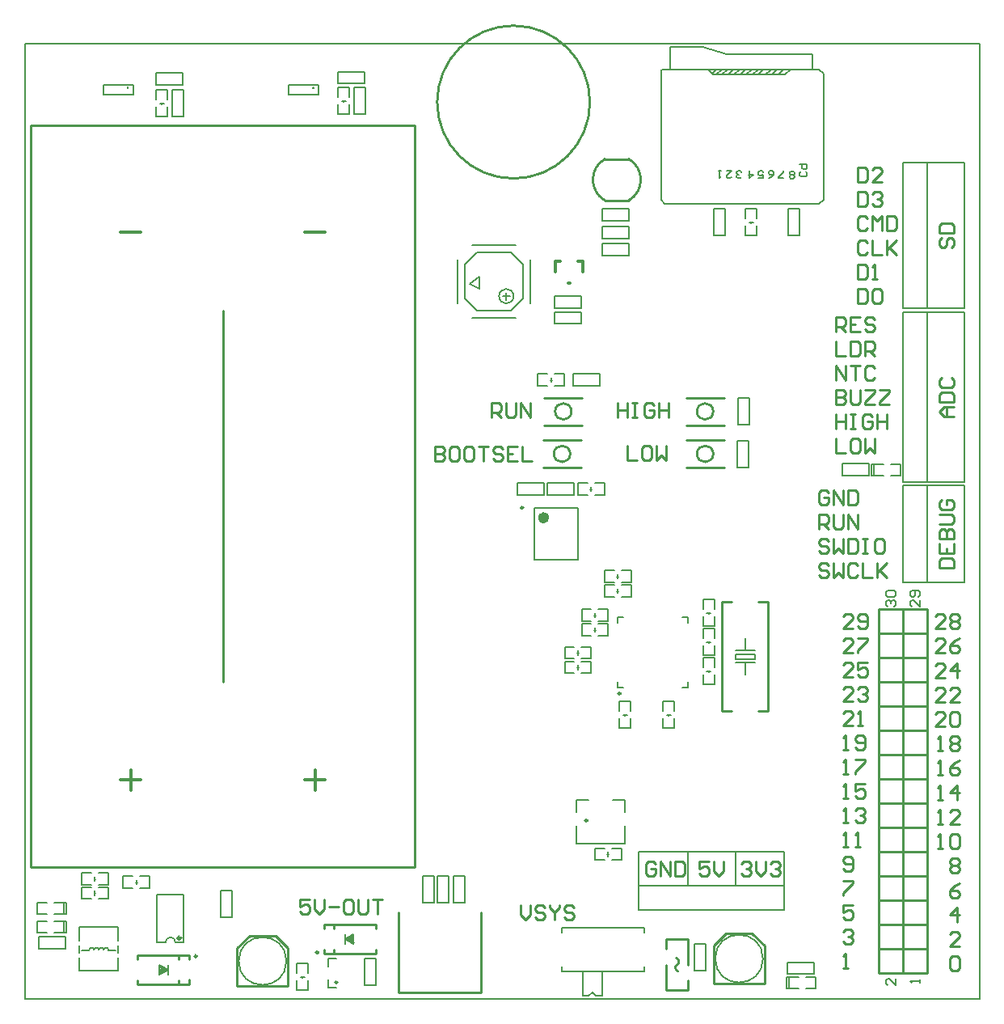
<source format=gto>
G04*
G04 #@! TF.GenerationSoftware,Altium Limited,Altium Designer,20.2.6 (244)*
G04*
G04 Layer_Color=65535*
%FSLAX25Y25*%
%MOIN*%
G70*
G04*
G04 #@! TF.SameCoordinates,691D88A1-B60F-4D24-9C51-7A430DCC900A*
G04*
G04*
G04 #@! TF.FilePolarity,Positive*
G04*
G01*
G75*
%ADD10C,0.00984*%
%ADD11C,0.02362*%
%ADD12C,0.01000*%
%ADD13C,0.00787*%
%ADD14C,0.00800*%
%ADD15C,0.01378*%
%ADD16C,0.00600*%
%ADD17C,0.01200*%
D10*
X205516Y202346D02*
G03*
X205516Y202346I-492J0D01*
G01*
X245650Y125784D02*
G03*
X245650Y125784I-492J0D01*
G01*
X231980Y73420D02*
G03*
X231980Y73420I-492J0D01*
G01*
X128889Y6759D02*
G03*
X128889Y6759I-492J0D01*
G01*
D11*
X215063Y198193D02*
G03*
X215063Y198193I-1181J0D01*
G01*
D12*
X232996Y369500D02*
G03*
X232996Y369500I-31496J0D01*
G01*
X283854Y242000D02*
G03*
X283854Y242000I-3354J0D01*
G01*
X225354D02*
G03*
X225354Y242000I-3354J0D01*
G01*
X283854Y224500D02*
G03*
X283854Y224500I-3354J0D01*
G01*
X224854D02*
G03*
X224854Y224500I-3354J0D01*
G01*
X269000Y14000D02*
G03*
X268638Y16748I-750J1299D01*
G01*
X269000Y14000D02*
G03*
X269362Y11252I750J-1299D01*
G01*
X239094Y346000D02*
G03*
X239094Y329000I5000J-8500D01*
G01*
X249095D02*
G03*
X249095Y346000I-5000J8500D01*
G01*
X118940Y375311D02*
G03*
X118940Y375311I-100J0D01*
G01*
X42440D02*
G03*
X42440Y375311I-100J0D01*
G01*
X121000Y19000D02*
G03*
X121000Y19000I-500J0D01*
G01*
X71000Y17500D02*
G03*
X71000Y17500I-500J0D01*
G01*
X81653Y130547D02*
Y283500D01*
X2500Y360000D02*
X160807D01*
X2500Y54094D02*
X160807D01*
Y360000D01*
X2500Y54094D02*
Y360000D01*
X188008Y2705D02*
Y35492D01*
X153992Y2705D02*
Y35492D01*
Y2705D02*
X188008D01*
X272626Y236291D02*
X288374D01*
X272626Y247709D02*
X288374D01*
X214126Y236291D02*
X229874D01*
X214126Y247709D02*
X229874D01*
X272626Y218791D02*
X288374D01*
X272626Y230209D02*
X288374D01*
X213626D02*
X229374D01*
X213626Y218791D02*
X229374D01*
X92685Y25933D02*
X103315D01*
X87567Y5067D02*
X108433D01*
Y20815D01*
X103315Y25933D02*
X108433Y20815D01*
X87567Y5067D02*
Y20815D01*
X92685Y25933D01*
X273500Y20500D02*
Y24500D01*
X264500D02*
X273500D01*
X264500Y20500D02*
Y24500D01*
Y5000D02*
Y14000D01*
X273500D02*
Y23000D01*
Y3500D02*
Y7500D01*
X264500Y3500D02*
X273500D01*
X264500D02*
Y7500D01*
X239094Y346000D02*
X249095D01*
X239094Y329000D02*
X249095D01*
X306449Y118559D02*
Y163441D01*
X287551Y118559D02*
Y163441D01*
Y118559D02*
X291500D01*
X287551Y163441D02*
X291500D01*
X302500Y118559D02*
X306449D01*
X302500Y163441D02*
X306449D01*
X289185Y26933D02*
X299815D01*
X284067Y6067D02*
X304933D01*
Y21815D01*
X299815Y26933D02*
X304933Y21815D01*
X284067Y6067D02*
Y21815D01*
X289185Y26933D01*
X123370Y18500D02*
Y20300D01*
Y18500D02*
X144630D01*
X123370Y28752D02*
Y30500D01*
X144630Y28850D02*
Y30500D01*
X123370D02*
X144630D01*
Y18500D02*
Y20248D01*
X127500Y28800D02*
Y30500D01*
Y18500D02*
Y20300D01*
X132800Y24500D02*
X135300Y23300D01*
X132800Y24500D02*
X135000Y25700D01*
Y24300D02*
Y25700D01*
X133910Y24500D02*
X135000Y24300D01*
X362000Y10500D02*
Y160500D01*
X352000Y20500D02*
X372000D01*
X352000Y30500D02*
X372000D01*
X352000Y40500D02*
X372000D01*
X352000Y50500D02*
X372000D01*
X352000Y60500D02*
X372000D01*
X352000Y70500D02*
X372000D01*
X352000Y80500D02*
X372000D01*
X352000Y90500D02*
X372000D01*
X352000Y100500D02*
X372000D01*
X352000Y110500D02*
X372000D01*
X352000Y120500D02*
X372000D01*
X352000Y160500D02*
X372000D01*
X352000Y150500D02*
X372000D01*
X352000Y140500D02*
X372000D01*
X352000Y130500D02*
X372000D01*
X352000Y160500D02*
X372000D01*
X352000Y10500D02*
X372000D01*
Y160500D01*
X352000Y10500D02*
Y160500D01*
X67630Y16200D02*
Y18000D01*
X46370D02*
X67630D01*
Y6000D02*
Y7748D01*
X46370Y6000D02*
Y7650D01*
Y6000D02*
X67630D01*
X46370Y16252D02*
Y18000D01*
X63500Y6000D02*
Y7700D01*
Y16200D02*
Y18000D01*
X55700Y13200D02*
X58200Y12000D01*
X56000Y10800D02*
X58200Y12000D01*
X56000Y10800D02*
Y12200D01*
X57090Y12000D01*
X295500Y55498D02*
X296500Y56498D01*
X298499D01*
X299499Y55498D01*
Y54499D01*
X298499Y53499D01*
X297499D01*
X298499D01*
X299499Y52499D01*
Y51500D01*
X298499Y50500D01*
X296500D01*
X295500Y51500D01*
X301498Y56498D02*
Y52499D01*
X303497Y50500D01*
X305497Y52499D01*
Y56498D01*
X307496Y55498D02*
X308496Y56498D01*
X310495D01*
X311495Y55498D01*
Y54499D01*
X310495Y53499D01*
X309495D01*
X310495D01*
X311495Y52499D01*
Y51500D01*
X310495Y50500D01*
X308496D01*
X307496Y51500D01*
X281999Y56498D02*
X278000D01*
Y53499D01*
X279999Y54499D01*
X280999D01*
X281999Y53499D01*
Y51500D01*
X280999Y50500D01*
X279000D01*
X278000Y51500D01*
X283998Y56498D02*
Y52499D01*
X285997Y50500D01*
X287997Y52499D01*
Y56498D01*
X259999Y55498D02*
X258999Y56498D01*
X257000D01*
X256000Y55498D01*
Y51500D01*
X257000Y50500D01*
X258999D01*
X259999Y51500D01*
Y53499D01*
X257999D01*
X261998Y50500D02*
Y56498D01*
X265997Y50500D01*
Y56498D01*
X267996D02*
Y50500D01*
X270995D01*
X271995Y51500D01*
Y55498D01*
X270995Y56498D01*
X267996D01*
X377002Y177505D02*
X383000D01*
Y180504D01*
X382000Y181503D01*
X378002D01*
X377002Y180504D01*
Y177505D01*
Y187501D02*
Y183503D01*
X383000D01*
Y187501D01*
X380001Y183503D02*
Y185502D01*
X377002Y189501D02*
X383000D01*
Y192500D01*
X382000Y193499D01*
X381001D01*
X380001Y192500D01*
Y189501D01*
Y192500D01*
X379001Y193499D01*
X378002D01*
X377002Y192500D01*
Y189501D01*
Y195499D02*
X382000D01*
X383000Y196498D01*
Y198498D01*
X382000Y199497D01*
X377002D01*
X378002Y205496D02*
X377002Y204496D01*
Y202497D01*
X378002Y201497D01*
X382000D01*
X383000Y202497D01*
Y204496D01*
X382000Y205496D01*
X380001D01*
Y203496D01*
X383000Y240003D02*
X379001D01*
X377002Y242002D01*
X379001Y244001D01*
X383000D01*
X380001D01*
Y240003D01*
X377002Y246001D02*
X383000D01*
Y249000D01*
X382000Y249999D01*
X378002D01*
X377002Y249000D01*
Y246001D01*
X378002Y255997D02*
X377002Y254998D01*
Y252998D01*
X378002Y251999D01*
X382000D01*
X383000Y252998D01*
Y254998D01*
X382000Y255997D01*
X378002Y313500D02*
X377002Y312501D01*
Y310501D01*
X378002Y309502D01*
X379001D01*
X380001Y310501D01*
Y312501D01*
X381001Y313500D01*
X382000D01*
X383000Y312501D01*
Y310501D01*
X382000Y309502D01*
X377002Y315500D02*
X383000D01*
Y318499D01*
X382000Y319498D01*
X378002D01*
X377002Y318499D01*
Y315500D01*
X331499Y178499D02*
X330499Y179499D01*
X328500D01*
X327500Y178499D01*
Y177500D01*
X328500Y176500D01*
X330499D01*
X331499Y175500D01*
Y174501D01*
X330499Y173501D01*
X328500D01*
X327500Y174501D01*
X333498Y179499D02*
Y173501D01*
X335497Y175500D01*
X337497Y173501D01*
Y179499D01*
X343495Y178499D02*
X342495Y179499D01*
X340496D01*
X339496Y178499D01*
Y174501D01*
X340496Y173501D01*
X342495D01*
X343495Y174501D01*
X345494Y179499D02*
Y173501D01*
X349493D01*
X351492Y179499D02*
Y173501D01*
Y175500D01*
X355491Y179499D01*
X352492Y176500D01*
X355491Y173501D01*
X331499Y188499D02*
X330499Y189499D01*
X328500D01*
X327500Y188499D01*
Y187500D01*
X328500Y186500D01*
X330499D01*
X331499Y185500D01*
Y184501D01*
X330499Y183501D01*
X328500D01*
X327500Y184501D01*
X333498Y189499D02*
Y183501D01*
X335497Y185500D01*
X337497Y183501D01*
Y189499D01*
X339496D02*
Y183501D01*
X342495D01*
X343495Y184501D01*
Y188499D01*
X342495Y189499D01*
X339496D01*
X345494D02*
X347494D01*
X346494D01*
Y183501D01*
X345494D01*
X347494D01*
X353492Y189499D02*
X351492D01*
X350493Y188499D01*
Y184501D01*
X351492Y183501D01*
X353492D01*
X354491Y184501D01*
Y188499D01*
X353492Y189499D01*
X327500Y193501D02*
Y199499D01*
X330499D01*
X331499Y198499D01*
Y196500D01*
X330499Y195500D01*
X327500D01*
X329499D02*
X331499Y193501D01*
X333498Y199499D02*
Y194501D01*
X334498Y193501D01*
X336497D01*
X337497Y194501D01*
Y199499D01*
X339496Y193501D02*
Y199499D01*
X343495Y193501D01*
Y199499D01*
X331499Y208499D02*
X330499Y209499D01*
X328500D01*
X327500Y208499D01*
Y204501D01*
X328500Y203501D01*
X330499D01*
X331499Y204501D01*
Y206500D01*
X329499D01*
X333498Y203501D02*
Y209499D01*
X337497Y203501D01*
Y209499D01*
X339496D02*
Y203501D01*
X342495D01*
X343495Y204501D01*
Y208499D01*
X342495Y209499D01*
X339496D01*
X334500Y230999D02*
Y225001D01*
X338499D01*
X343497Y230999D02*
X341498D01*
X340498Y229999D01*
Y226001D01*
X341498Y225001D01*
X343497D01*
X344497Y226001D01*
Y229999D01*
X343497Y230999D01*
X346496D02*
Y225001D01*
X348496Y227000D01*
X350495Y225001D01*
Y230999D01*
X334500Y240999D02*
Y235001D01*
Y238000D01*
X338499D01*
Y240999D01*
Y235001D01*
X340498Y240999D02*
X342497D01*
X341498D01*
Y235001D01*
X340498D01*
X342497D01*
X349495Y239999D02*
X348496Y240999D01*
X346496D01*
X345496Y239999D01*
Y236001D01*
X346496Y235001D01*
X348496D01*
X349495Y236001D01*
Y238000D01*
X347496D01*
X351495Y240999D02*
Y235001D01*
Y238000D01*
X355493D01*
Y240999D01*
Y235001D01*
X334500Y250999D02*
Y245001D01*
X337499D01*
X338499Y246001D01*
Y247000D01*
X337499Y248000D01*
X334500D01*
X337499D01*
X338499Y249000D01*
Y249999D01*
X337499Y250999D01*
X334500D01*
X340498D02*
Y246001D01*
X341498Y245001D01*
X343497D01*
X344497Y246001D01*
Y250999D01*
X346496D02*
X350495D01*
Y249999D01*
X346496Y246001D01*
Y245001D01*
X350495D01*
X352494Y250999D02*
X356493D01*
Y249999D01*
X352494Y246001D01*
Y245001D01*
X356493D01*
X334500Y255001D02*
Y260999D01*
X338499Y255001D01*
Y260999D01*
X340498D02*
X344497D01*
X342497D01*
Y255001D01*
X350495Y259999D02*
X349495Y260999D01*
X347496D01*
X346496Y259999D01*
Y256001D01*
X347496Y255001D01*
X349495D01*
X350495Y256001D01*
X334500Y270999D02*
Y265001D01*
X338499D01*
X340498Y270999D02*
Y265001D01*
X343497D01*
X344497Y266001D01*
Y269999D01*
X343497Y270999D01*
X340498D01*
X346496Y265001D02*
Y270999D01*
X349495D01*
X350495Y269999D01*
Y268000D01*
X349495Y267000D01*
X346496D01*
X348496D02*
X350495Y265001D01*
X334500Y275001D02*
Y280999D01*
X337499D01*
X338499Y279999D01*
Y278000D01*
X337499Y277000D01*
X334500D01*
X336499D02*
X338499Y275001D01*
X344497Y280999D02*
X340498D01*
Y275001D01*
X344497D01*
X340498Y278000D02*
X342497D01*
X350495Y279999D02*
X349495Y280999D01*
X347496D01*
X346496Y279999D01*
Y279000D01*
X347496Y278000D01*
X349495D01*
X350495Y277000D01*
Y276001D01*
X349495Y275001D01*
X347496D01*
X346496Y276001D01*
X343500Y292499D02*
Y286501D01*
X346499D01*
X347499Y287501D01*
Y291499D01*
X346499Y292499D01*
X343500D01*
X349498Y291499D02*
X350498Y292499D01*
X352497D01*
X353497Y291499D01*
Y287501D01*
X352497Y286501D01*
X350498D01*
X349498Y287501D01*
Y291499D01*
X343500Y302499D02*
Y296501D01*
X346499D01*
X347499Y297501D01*
Y301499D01*
X346499Y302499D01*
X343500D01*
X349498Y296501D02*
X351497D01*
X350498D01*
Y302499D01*
X349498Y301499D01*
X347499Y311499D02*
X346499Y312499D01*
X344500D01*
X343500Y311499D01*
Y307501D01*
X344500Y306501D01*
X346499D01*
X347499Y307501D01*
X349498Y312499D02*
Y306501D01*
X353497D01*
X355496Y312499D02*
Y306501D01*
Y308500D01*
X359495Y312499D01*
X356496Y309500D01*
X359495Y306501D01*
X347499Y321499D02*
X346499Y322499D01*
X344500D01*
X343500Y321499D01*
Y317501D01*
X344500Y316501D01*
X346499D01*
X347499Y317501D01*
X349498Y316501D02*
Y322499D01*
X351497Y320500D01*
X353497Y322499D01*
Y316501D01*
X355496Y322499D02*
Y316501D01*
X358495D01*
X359495Y317501D01*
Y321499D01*
X358495Y322499D01*
X355496D01*
X343500Y332499D02*
Y326501D01*
X346499D01*
X347499Y327501D01*
Y331499D01*
X346499Y332499D01*
X343500D01*
X349498Y331499D02*
X350498Y332499D01*
X352497D01*
X353497Y331499D01*
Y330500D01*
X352497Y329500D01*
X351497D01*
X352497D01*
X353497Y328500D01*
Y327501D01*
X352497Y326501D01*
X350498D01*
X349498Y327501D01*
X343500Y342499D02*
Y336501D01*
X346499D01*
X347499Y337501D01*
Y341499D01*
X346499Y342499D01*
X343500D01*
X353497Y336501D02*
X349498D01*
X353497Y340500D01*
Y341499D01*
X352497Y342499D01*
X350498D01*
X349498Y341499D01*
X385498Y21572D02*
X381499D01*
X385498Y25570D01*
Y26570D01*
X384498Y27569D01*
X382499D01*
X381499Y26570D01*
X341499Y122501D02*
X337500D01*
X341499Y126500D01*
Y127499D01*
X340499Y128499D01*
X338500D01*
X337500Y127499D01*
X343498D02*
X344498Y128499D01*
X346497D01*
X347497Y127499D01*
Y126500D01*
X346497Y125500D01*
X345498D01*
X346497D01*
X347497Y124500D01*
Y123501D01*
X346497Y122501D01*
X344498D01*
X343498Y123501D01*
X341499Y132501D02*
X337500D01*
X341499Y136500D01*
Y137499D01*
X340499Y138499D01*
X338500D01*
X337500Y137499D01*
X347497Y138499D02*
X343498D01*
Y135500D01*
X345498Y136500D01*
X346497D01*
X347497Y135500D01*
Y133501D01*
X346497Y132501D01*
X344498D01*
X343498Y133501D01*
X341499Y142501D02*
X337500D01*
X341499Y146500D01*
Y147499D01*
X340499Y148499D01*
X338500D01*
X337500Y147499D01*
X343498Y148499D02*
X347497D01*
Y147499D01*
X343498Y143500D01*
Y142501D01*
X341499Y152501D02*
X337500D01*
X341499Y156500D01*
Y157499D01*
X340499Y158499D01*
X338500D01*
X337500Y157499D01*
X343498Y153500D02*
X344498Y152501D01*
X346497D01*
X347497Y153500D01*
Y157499D01*
X346497Y158499D01*
X344498D01*
X343498Y157499D01*
Y156500D01*
X344498Y155500D01*
X347497D01*
X379500Y152501D02*
X375501D01*
X379500Y156500D01*
Y157499D01*
X378500Y158499D01*
X376501D01*
X375501Y157499D01*
X381499D02*
X382499Y158499D01*
X384498D01*
X385498Y157499D01*
Y156500D01*
X384498Y155500D01*
X385498Y154500D01*
Y153500D01*
X384498Y152501D01*
X382499D01*
X381499Y153500D01*
Y154500D01*
X382499Y155500D01*
X381499Y156500D01*
Y157499D01*
X382499Y155500D02*
X384498D01*
X379500Y142429D02*
X375501D01*
X379500Y146428D01*
Y147428D01*
X378500Y148427D01*
X376501D01*
X375501Y147428D01*
X385498Y148427D02*
X383498Y147428D01*
X381499Y145428D01*
Y143429D01*
X382499Y142429D01*
X384498D01*
X385498Y143429D01*
Y144429D01*
X384498Y145428D01*
X381499D01*
X379500Y132358D02*
X375501D01*
X379500Y136357D01*
Y137356D01*
X378500Y138356D01*
X376501D01*
X375501Y137356D01*
X384498Y132358D02*
Y138356D01*
X381499Y135357D01*
X385498D01*
X341499Y112501D02*
X337500D01*
X341499Y116500D01*
Y117499D01*
X340499Y118499D01*
X338500D01*
X337500Y117499D01*
X343498Y112501D02*
X345498D01*
X344498D01*
Y118499D01*
X343498Y117499D01*
X379500Y122286D02*
X375501D01*
X379500Y126285D01*
Y127285D01*
X378500Y128284D01*
X376501D01*
X375501Y127285D01*
X385498Y122286D02*
X381499D01*
X385498Y126285D01*
Y127285D01*
X384498Y128284D01*
X382499D01*
X381499Y127285D01*
X337500Y102501D02*
X339500D01*
X338500D01*
Y108499D01*
X337500Y107499D01*
X342499Y103501D02*
X343498Y102501D01*
X345498D01*
X346497Y103501D01*
Y107499D01*
X345498Y108499D01*
X343498D01*
X342499Y107499D01*
Y106500D01*
X343498Y105500D01*
X346497D01*
X379500Y112215D02*
X375501D01*
X379500Y116214D01*
Y117213D01*
X378500Y118213D01*
X376501D01*
X375501Y117213D01*
X381499D02*
X382499Y118213D01*
X384498D01*
X385498Y117213D01*
Y113215D01*
X384498Y112215D01*
X382499D01*
X381499Y113215D01*
Y117213D01*
X337500Y92501D02*
X339500D01*
X338500D01*
Y98499D01*
X337500Y97499D01*
X342499Y98499D02*
X346497D01*
Y97499D01*
X342499Y93501D01*
Y92501D01*
X376501Y102143D02*
X378500D01*
X377500D01*
Y108142D01*
X376501Y107142D01*
X381499D02*
X382499Y108142D01*
X384498D01*
X385498Y107142D01*
Y106142D01*
X384498Y105142D01*
X385498Y104143D01*
Y103143D01*
X384498Y102143D01*
X382499D01*
X381499Y103143D01*
Y104143D01*
X382499Y105142D01*
X381499Y106142D01*
Y107142D01*
X382499Y105142D02*
X384498D01*
X337500Y82501D02*
X339500D01*
X338500D01*
Y88499D01*
X337500Y87499D01*
X346497Y88499D02*
X342499D01*
Y85500D01*
X344498Y86500D01*
X345498D01*
X346497Y85500D01*
Y83501D01*
X345498Y82501D01*
X343498D01*
X342499Y83501D01*
X376501Y92072D02*
X378500D01*
X377500D01*
Y98070D01*
X376501Y97070D01*
X385498Y98070D02*
X383498Y97070D01*
X381499Y95071D01*
Y93072D01*
X382499Y92072D01*
X384498D01*
X385498Y93072D01*
Y94071D01*
X384498Y95071D01*
X381499D01*
X337500Y72501D02*
X339500D01*
X338500D01*
Y78499D01*
X337500Y77499D01*
X342499D02*
X343498Y78499D01*
X345498D01*
X346497Y77499D01*
Y76500D01*
X345498Y75500D01*
X344498D01*
X345498D01*
X346497Y74500D01*
Y73501D01*
X345498Y72501D01*
X343498D01*
X342499Y73501D01*
X376501Y82000D02*
X378500D01*
X377500D01*
Y87998D01*
X376501Y86999D01*
X384498Y82000D02*
Y87998D01*
X381499Y85000D01*
X385498D01*
X337500Y62501D02*
X339500D01*
X338500D01*
Y68499D01*
X337500Y67499D01*
X342499Y62501D02*
X344498D01*
X343498D01*
Y68499D01*
X342499Y67499D01*
X376501Y71929D02*
X378500D01*
X377500D01*
Y77927D01*
X376501Y76927D01*
X385498Y71929D02*
X381499D01*
X385498Y75928D01*
Y76927D01*
X384498Y77927D01*
X382499D01*
X381499Y76927D01*
X337500Y53501D02*
X338500Y52501D01*
X340499D01*
X341499Y53501D01*
Y57499D01*
X340499Y58499D01*
X338500D01*
X337500Y57499D01*
Y56500D01*
X338500Y55500D01*
X341499D01*
X376501Y61857D02*
X378500D01*
X377500D01*
Y67856D01*
X376501Y66856D01*
X381499D02*
X382499Y67856D01*
X384498D01*
X385498Y66856D01*
Y62857D01*
X384498Y61857D01*
X382499D01*
X381499Y62857D01*
Y66856D01*
X337500Y48499D02*
X341499D01*
Y47499D01*
X337500Y43501D01*
Y42501D01*
X381499Y56784D02*
X382499Y57784D01*
X384498D01*
X385498Y56784D01*
Y55785D01*
X384498Y54785D01*
X385498Y53785D01*
Y52786D01*
X384498Y51786D01*
X382499D01*
X381499Y52786D01*
Y53785D01*
X382499Y54785D01*
X381499Y55785D01*
Y56784D01*
X382499Y54785D02*
X384498D01*
X341499Y38499D02*
X337500D01*
Y35500D01*
X339500Y36500D01*
X340499D01*
X341499Y35500D01*
Y33501D01*
X340499Y32501D01*
X338500D01*
X337500Y33501D01*
X385498Y47712D02*
X383498Y46713D01*
X381499Y44714D01*
Y42714D01*
X382499Y41715D01*
X384498D01*
X385498Y42714D01*
Y43714D01*
X384498Y44714D01*
X381499D01*
X337500Y27499D02*
X338500Y28499D01*
X340499D01*
X341499Y27499D01*
Y26500D01*
X340499Y25500D01*
X339500D01*
X340499D01*
X341499Y24500D01*
Y23501D01*
X340499Y22501D01*
X338500D01*
X337500Y23501D01*
X384498Y31643D02*
Y37641D01*
X381499Y34642D01*
X385498D01*
X337500Y12501D02*
X339500D01*
X338500D01*
Y18499D01*
X337500Y17499D01*
X381499Y16498D02*
X382499Y17498D01*
X384498D01*
X385498Y16498D01*
Y12500D01*
X384498Y11500D01*
X382499D01*
X381499Y12500D01*
Y16498D01*
X204504Y38499D02*
Y34500D01*
X206503Y32501D01*
X208502Y34500D01*
Y38499D01*
X214500Y37499D02*
X213501Y38499D01*
X211501D01*
X210502Y37499D01*
Y36500D01*
X211501Y35500D01*
X213501D01*
X214500Y34500D01*
Y33501D01*
X213501Y32501D01*
X211501D01*
X210502Y33501D01*
X216500Y38499D02*
Y37499D01*
X218499Y35500D01*
X220498Y37499D01*
Y38499D01*
X218499Y35500D02*
Y32501D01*
X226497Y37499D02*
X225497Y38499D01*
X223497D01*
X222498Y37499D01*
Y36500D01*
X223497Y35500D01*
X225497D01*
X226497Y34500D01*
Y33501D01*
X225497Y32501D01*
X223497D01*
X222498Y33501D01*
X117504Y40999D02*
X113505D01*
Y38000D01*
X115505Y39000D01*
X116505D01*
X117504Y38000D01*
Y36001D01*
X116505Y35001D01*
X114505D01*
X113505Y36001D01*
X119504Y40999D02*
Y37000D01*
X121503Y35001D01*
X123502Y37000D01*
Y40999D01*
X125502Y38000D02*
X129500D01*
X134499Y40999D02*
X132499D01*
X131500Y39999D01*
Y36001D01*
X132499Y35001D01*
X134499D01*
X135498Y36001D01*
Y39999D01*
X134499Y40999D01*
X137498D02*
Y36001D01*
X138497Y35001D01*
X140497D01*
X141497Y36001D01*
Y40999D01*
X143496D02*
X147494D01*
X145495D01*
Y35001D01*
X169007Y227499D02*
Y221501D01*
X172005D01*
X173005Y222501D01*
Y223500D01*
X172005Y224500D01*
X169007D01*
X172005D01*
X173005Y225500D01*
Y226499D01*
X172005Y227499D01*
X169007D01*
X178004D02*
X176004D01*
X175004Y226499D01*
Y222501D01*
X176004Y221501D01*
X178004D01*
X179003Y222501D01*
Y226499D01*
X178004Y227499D01*
X184002D02*
X182002D01*
X181003Y226499D01*
Y222501D01*
X182002Y221501D01*
X184002D01*
X185001Y222501D01*
Y226499D01*
X184002Y227499D01*
X187001D02*
X190999D01*
X189000D01*
Y221501D01*
X196997Y226499D02*
X195998Y227499D01*
X193998D01*
X192999Y226499D01*
Y225500D01*
X193998Y224500D01*
X195998D01*
X196997Y223500D01*
Y222501D01*
X195998Y221501D01*
X193998D01*
X192999Y222501D01*
X202995Y227499D02*
X198997D01*
Y221501D01*
X202995D01*
X198997Y224500D02*
X200996D01*
X204995Y227499D02*
Y221501D01*
X208994D01*
X248503Y227999D02*
Y222001D01*
X252501D01*
X257500Y227999D02*
X255500D01*
X254501Y226999D01*
Y223001D01*
X255500Y222001D01*
X257500D01*
X258499Y223001D01*
Y226999D01*
X257500Y227999D01*
X260499D02*
Y222001D01*
X262498Y224000D01*
X264497Y222001D01*
Y227999D01*
X192503Y239501D02*
Y245499D01*
X195502D01*
X196501Y244499D01*
Y242500D01*
X195502Y241500D01*
X192503D01*
X194502D02*
X196501Y239501D01*
X198501Y245499D02*
Y240501D01*
X199500Y239501D01*
X201500D01*
X202499Y240501D01*
Y245499D01*
X204499Y239501D02*
Y245499D01*
X208497Y239501D01*
Y245499D01*
X244503D02*
Y239501D01*
Y242500D01*
X248502D01*
Y245499D01*
Y239501D01*
X250501Y245499D02*
X252501D01*
X251501D01*
Y239501D01*
X250501D01*
X252501D01*
X259499Y244499D02*
X258499Y245499D01*
X256500D01*
X255500Y244499D01*
Y240501D01*
X256500Y239501D01*
X258499D01*
X259499Y240501D01*
Y242500D01*
X257499D01*
X261498Y245499D02*
Y239501D01*
Y242500D01*
X265497D01*
Y245499D01*
Y239501D01*
D13*
X107843Y15500D02*
G03*
X107843Y15500I-9843J0D01*
G01*
X304343Y16500D02*
G03*
X304343Y16500I-9843J0D01*
G01*
X313000Y46500D02*
Y60500D01*
X273500Y46500D02*
Y60500D01*
X293000Y46500D02*
Y60500D01*
X253000D02*
X313000D01*
X253000Y46500D02*
Y60500D01*
X313000Y36500D02*
Y46500D01*
X253000Y36500D02*
X313000D01*
X253000Y46500D02*
X313000D01*
X253000Y36500D02*
Y46500D01*
X209945Y180870D02*
Y202130D01*
X228055Y180870D02*
Y202130D01*
X209945D02*
X228055D01*
X209945Y180870D02*
X228055D01*
X273307Y128342D02*
Y130508D01*
X271142Y128342D02*
X273307D01*
Y154917D02*
Y157083D01*
X271142D02*
X273307D01*
X244567D02*
X246732D01*
X244567Y154917D02*
Y157083D01*
Y128342D02*
Y130508D01*
Y128342D02*
X246732D01*
X372000Y171500D02*
X387500D01*
Y211500D01*
X372000D02*
X387500D01*
X372000Y213000D02*
X387500D01*
Y283000D01*
X372000D02*
X387500D01*
X372000Y284500D02*
X387500D01*
Y344500D01*
X372000D02*
X387500D01*
X362000Y284500D02*
X372000D01*
X362000D02*
Y344500D01*
X372000Y284500D02*
Y344500D01*
X362000D02*
X372000D01*
X54539Y43012D02*
X65539D01*
X54539Y23327D02*
Y43012D01*
X65539Y23327D02*
Y43012D01*
X121102Y372406D02*
Y376406D01*
X108898Y372406D02*
Y376406D01*
X121102D01*
X108898Y372406D02*
X121102D01*
X44602D02*
Y376406D01*
X32398Y372406D02*
Y376406D01*
X44602D01*
X32398Y372406D02*
X44602D01*
X362106Y171500D02*
X372106D01*
X362106D02*
Y211500D01*
X372106Y171500D02*
Y211500D01*
X362106D02*
X372106D01*
X227394Y77007D02*
Y82007D01*
X232394D01*
X247394Y77007D02*
Y82007D01*
X242394D02*
X247394D01*
X227394Y64007D02*
X247394D01*
X227394D02*
Y71325D01*
X247394Y64007D02*
Y71325D01*
X125141Y13255D02*
Y16405D01*
X128291D01*
X125141Y4594D02*
Y7744D01*
Y4594D02*
X128291D01*
X362000Y213000D02*
X372000D01*
X362000D02*
Y283000D01*
X372000Y213000D02*
Y283000D01*
X362000D02*
X372000D01*
X0Y0D02*
Y393701D01*
X393701D01*
Y0D02*
Y393701D01*
X0Y0D02*
X393701D01*
D14*
X62039Y23327D02*
G03*
X60039Y25327I-2000J0D01*
G01*
X60039Y25327D02*
G03*
X58039Y23327I0J-2000D01*
G01*
X201500Y289500D02*
G03*
X201500Y289500I-3000J0D01*
G01*
X34500Y20000D02*
G03*
X32500Y20000I-1000J0D01*
G01*
X28500D02*
G03*
X26500Y20000I-1000J0D01*
G01*
X32500D02*
G03*
X30500Y20000I-1000J0D01*
G01*
D02*
G03*
X28500Y20000I-1000J0D01*
G01*
X284100Y325482D02*
X288900D01*
X284100Y321500D02*
Y325482D01*
X288900Y321500D02*
Y325482D01*
X284100Y314518D02*
Y321500D01*
X288900Y314518D02*
Y321600D01*
X284100Y314518D02*
X288900D01*
X314600Y325482D02*
X319400D01*
X314600Y321500D02*
Y325482D01*
X319400Y321500D02*
Y325482D01*
X314600Y314518D02*
Y321500D01*
X319400Y314518D02*
Y321600D01*
X314600Y314518D02*
X319400D01*
X297100Y325482D02*
X301900D01*
X297100Y321500D02*
Y325482D01*
X301900Y321500D02*
Y325482D01*
X297100Y314518D02*
Y318500D01*
X301900Y314518D02*
Y318500D01*
X297100Y314518D02*
X301900D01*
X176600Y39518D02*
X181400D01*
Y43500D01*
X176600Y39518D02*
Y43500D01*
X181400D02*
Y50482D01*
X176600Y43400D02*
Y50482D01*
X181400D01*
X235500Y1197D02*
X238036D01*
X235500Y1197D02*
X235500Y1197D01*
X234000Y2697D02*
X235500Y1197D01*
X232500D02*
X234000Y2697D01*
X232500Y1197D02*
X232500Y1197D01*
X230162Y1197D02*
X232500D01*
X238036D02*
Y11197D01*
X230162Y1197D02*
Y11197D01*
X221500D02*
Y13197D01*
X255500Y11197D02*
Y13197D01*
Y27197D02*
Y29197D01*
X221500D02*
X255500D01*
X221500Y27197D02*
Y29197D01*
Y11197D02*
X255500D01*
X34364Y41100D02*
Y45900D01*
X30382D02*
X34364D01*
X30382Y41100D02*
X34364D01*
X23400Y45900D02*
X27382D01*
X23400Y41100D02*
X27382D01*
X23400D02*
Y45900D01*
X34364Y46980D02*
Y51780D01*
X30382D02*
X34364D01*
X30382Y46980D02*
X34364D01*
X23400Y51780D02*
X27382D01*
X23400Y46980D02*
X27382D01*
X23400D02*
Y51780D01*
X315087Y4138D02*
Y8863D01*
X322001Y4138D02*
X325914D01*
X322001Y8863D02*
X325914D01*
Y4138D02*
Y8863D01*
X314000Y4138D02*
Y8863D01*
Y4138D02*
X319001D01*
X314000Y8863D02*
X319001D01*
X276100Y11518D02*
X280900D01*
Y15500D01*
X276100Y11518D02*
Y15500D01*
X280900D02*
Y22482D01*
X276100Y15400D02*
Y22482D01*
X280900D01*
X325482Y10100D02*
Y14900D01*
X321500D02*
X325482D01*
X321500Y10100D02*
X325482D01*
X314518Y14900D02*
X321500D01*
X314518Y10100D02*
X321600D01*
X314518D02*
Y14900D01*
X80600Y44482D02*
X85400D01*
X80600Y40500D02*
Y44482D01*
X85400Y40500D02*
Y44482D01*
X80600Y33518D02*
Y40500D01*
X85400Y33518D02*
Y40600D01*
X80600Y33518D02*
X85400D01*
X62039Y23327D02*
X65539D01*
X54539D02*
X58039D01*
X40518Y45600D02*
Y50400D01*
Y45600D02*
X44500D01*
X40518Y50400D02*
X44500D01*
X47500Y45600D02*
X51482D01*
X47500Y50400D02*
X51482D01*
Y45600D02*
Y50400D01*
X140100Y16482D02*
X144900D01*
X140100Y12500D02*
Y16482D01*
X144900Y12500D02*
Y16482D01*
X140100Y5518D02*
Y12500D01*
X144900Y5518D02*
Y12600D01*
X140100Y5518D02*
X144900D01*
X112100Y3518D02*
X116900D01*
Y7500D01*
X112100Y3518D02*
Y7500D01*
X116900Y10500D02*
Y14482D01*
X112100Y10500D02*
Y14482D01*
X116900D01*
X263100Y111518D02*
X267900D01*
Y115500D01*
X263100Y111518D02*
Y115500D01*
X267900Y118500D02*
Y122482D01*
X263100Y118500D02*
Y122482D01*
X267900D01*
X245100Y111518D02*
X249900D01*
Y115500D01*
X245100Y111518D02*
Y115500D01*
X249900Y118500D02*
Y122482D01*
X245100Y118500D02*
Y122482D01*
X249900D01*
X279600Y129518D02*
X284400D01*
Y133500D01*
X279600Y129518D02*
Y133500D01*
X284400Y136500D02*
Y140482D01*
X279600Y136500D02*
Y140482D01*
X284400D01*
X279600Y164423D02*
X284400D01*
X279600Y160441D02*
Y164423D01*
X284400Y160441D02*
Y164423D01*
X279600Y153459D02*
Y157441D01*
X284400Y153459D02*
Y157441D01*
X279600Y153459D02*
X284400D01*
X222577Y134100D02*
Y138900D01*
Y134100D02*
X226559D01*
X222577Y138900D02*
X226559D01*
X229559Y134100D02*
X233541D01*
X229559Y138900D02*
X233541D01*
Y134100D02*
Y138900D01*
X222577Y140100D02*
Y144900D01*
Y140100D02*
X226559D01*
X222577Y144900D02*
X226559D01*
X229559Y140100D02*
X233541D01*
X229559Y144900D02*
X233541D01*
Y140100D02*
Y144900D01*
X229577Y155600D02*
Y160400D01*
Y155600D02*
X233559D01*
X229577Y160400D02*
X233559D01*
X236559Y155600D02*
X240541D01*
X236559Y160400D02*
X240541D01*
Y155600D02*
Y160400D01*
X279600Y152482D02*
X284400D01*
X279600Y148500D02*
Y152482D01*
X284400Y148500D02*
Y152482D01*
X279600Y141518D02*
Y145500D01*
X284400Y141518D02*
Y145500D01*
X279600Y141518D02*
X284400D01*
X229577Y149600D02*
Y154400D01*
Y149600D02*
X233559D01*
X229577Y154400D02*
X233559D01*
X236559Y149600D02*
X240541D01*
X236559Y154400D02*
X240541D01*
Y149600D02*
Y154400D01*
X239018Y165600D02*
Y170400D01*
Y165600D02*
X243000D01*
X239018Y170400D02*
X243000D01*
X246000Y165600D02*
X249982D01*
X246000Y170400D02*
X249982D01*
Y165600D02*
Y170400D01*
X239018Y171600D02*
Y176400D01*
Y171600D02*
X243000D01*
X239018Y176400D02*
X243000D01*
X246000Y171600D02*
X249982D01*
X246000Y176400D02*
X249982D01*
Y171600D02*
Y176400D01*
X215518Y207600D02*
Y212400D01*
Y207600D02*
X219500D01*
X215518Y212400D02*
X219500D01*
Y207600D02*
X226482D01*
X219400Y212400D02*
X226482D01*
Y207600D02*
Y212400D01*
X228018Y207600D02*
Y212400D01*
Y207600D02*
X232000D01*
X228018Y212400D02*
X232000D01*
X235000Y207600D02*
X238982D01*
X235000Y212400D02*
X238982D01*
Y207600D02*
Y212400D01*
X236982Y252600D02*
Y257400D01*
X233000D02*
X236982D01*
X233000Y252600D02*
X236982D01*
X226018Y257400D02*
X233000D01*
X226018Y252600D02*
X233100D01*
X226018D02*
Y257400D01*
X222482Y252600D02*
Y257400D01*
X218500D02*
X222482D01*
X218500Y252600D02*
X222482D01*
X211518Y257400D02*
X215500D01*
X211518Y252600D02*
X215500D01*
X211518D02*
Y257400D01*
X337018Y215600D02*
Y220400D01*
Y215600D02*
X341000D01*
X337018Y220400D02*
X341000D01*
Y215600D02*
X347982D01*
X340900Y220400D02*
X347982D01*
Y215600D02*
Y220400D01*
X198500Y288000D02*
Y291000D01*
X197000Y289500D02*
X200000D01*
X183500Y294500D02*
X187500Y292500D01*
X183500Y294500D02*
X187500Y297500D01*
Y292500D02*
Y297500D01*
X205500Y288500D02*
Y302500D01*
X200500Y307500D02*
X205500Y302500D01*
X186500Y307500D02*
X200500D01*
X181500Y288500D02*
Y302500D01*
X186500Y307500D01*
Y283500D02*
X200500D01*
X181500Y288500D02*
X186500Y283500D01*
X200500D02*
X205500Y288500D01*
X208461Y286539D02*
Y304461D01*
X184539Y310461D02*
X202461D01*
X178539Y286539D02*
Y304461D01*
X184539Y280539D02*
X202461D01*
X294100Y236518D02*
X298900D01*
Y240500D01*
X294100Y236518D02*
Y240500D01*
X298900D02*
Y247482D01*
X294100Y240400D02*
Y247482D01*
X298900D01*
X293600Y219018D02*
X298400D01*
Y223000D01*
X293600Y219018D02*
Y223000D01*
X298400D02*
Y229982D01*
X293600Y222900D02*
Y229982D01*
X298400D01*
X229423Y284600D02*
Y289400D01*
X225441D02*
X229423D01*
X225441Y284600D02*
X229423D01*
X218459Y289400D02*
X225441D01*
X218459Y284600D02*
X225541D01*
X218459D02*
Y289400D01*
X238018Y320600D02*
Y325400D01*
Y320600D02*
X242000D01*
X238018Y325400D02*
X242000D01*
Y320600D02*
X248982D01*
X241900Y325400D02*
X248982D01*
Y320600D02*
Y325400D01*
X238018Y306387D02*
Y311187D01*
Y306387D02*
X242000D01*
X238018Y311187D02*
X242000D01*
Y306387D02*
X248982D01*
X241900Y311187D02*
X248982D01*
Y306387D02*
Y311187D01*
X64982Y376600D02*
Y381400D01*
X61000D02*
X64982D01*
X61000Y376600D02*
X64982D01*
X54018Y381400D02*
X61000D01*
X54018Y376600D02*
X61100D01*
X54018D02*
Y381400D01*
X139982Y377100D02*
Y381900D01*
X136000D02*
X139982D01*
X136000Y377100D02*
X139982D01*
X129018Y381900D02*
X136000D01*
X129018Y377100D02*
X136100D01*
X129018D02*
Y381900D01*
X238018Y313387D02*
Y318187D01*
Y313387D02*
X242000D01*
X238018Y318187D02*
X242000D01*
Y313387D02*
X248982D01*
X241900Y318187D02*
X248982D01*
Y313387D02*
Y318187D01*
X235018Y57100D02*
Y61900D01*
Y57100D02*
X239000D01*
X235018Y61900D02*
X239000D01*
X242000Y57100D02*
X245982D01*
X242000Y61900D02*
X245982D01*
Y57100D02*
Y61900D01*
X229482Y278100D02*
Y282900D01*
X225500D02*
X229482D01*
X225500Y278100D02*
X229482D01*
X218518Y282900D02*
X225500D01*
X218518Y278100D02*
X225600D01*
X218518D02*
Y282900D01*
X132055Y24500D02*
X135555Y22500D01*
Y26500D01*
X132055Y24500D02*
X135555Y26500D01*
X132055Y22500D02*
Y26500D01*
X203018Y207600D02*
Y212400D01*
Y207600D02*
X207000D01*
X203018Y212400D02*
X207000D01*
Y207600D02*
X213982D01*
X206900Y212400D02*
X213982D01*
Y207600D02*
Y212400D01*
X350087Y215638D02*
Y220363D01*
X357001Y215638D02*
X360914D01*
X357001Y220363D02*
X360914D01*
Y215638D02*
Y220363D01*
X349000Y215638D02*
Y220363D01*
Y215638D02*
X354001D01*
X349000Y220363D02*
X354001D01*
X54100Y374482D02*
X58900D01*
X54100Y370500D02*
Y374482D01*
X58900Y370500D02*
Y374482D01*
X54100Y363518D02*
Y367500D01*
X58900Y363518D02*
Y367500D01*
X54100Y363518D02*
X58900D01*
X60600Y374482D02*
X65400D01*
X60600Y370500D02*
Y374482D01*
X65400Y370500D02*
Y374482D01*
X60600Y363518D02*
Y370500D01*
X65400Y363518D02*
Y370600D01*
X60600Y363518D02*
X65400D01*
X129100Y375482D02*
X133900D01*
X129100Y371500D02*
Y375482D01*
X133900Y371500D02*
Y375482D01*
X129100Y364518D02*
Y368500D01*
X133900Y364518D02*
Y368500D01*
X129100Y364518D02*
X133900D01*
X135600Y375482D02*
X140400D01*
X135600Y371500D02*
Y375482D01*
X140400Y371500D02*
Y375482D01*
X135600Y364518D02*
Y371500D01*
X140400Y364518D02*
Y371600D01*
X135600Y364518D02*
X140400D01*
X170100Y50541D02*
X174900D01*
X170100Y46559D02*
Y50541D01*
X174900Y46559D02*
Y50541D01*
X170100Y39577D02*
Y46559D01*
X174900Y39577D02*
Y46659D01*
X170100Y39577D02*
X174900D01*
X164000Y50541D02*
X168800D01*
X164000Y46559D02*
Y50541D01*
X168800Y46559D02*
Y50541D01*
X164000Y39577D02*
Y46559D01*
X168800Y39577D02*
Y46659D01*
X164000Y39577D02*
X168800D01*
X5661Y20600D02*
Y25400D01*
Y20600D02*
X9643D01*
X5661Y25400D02*
X9643D01*
Y20600D02*
X16625D01*
X9543Y25400D02*
X16625D01*
Y20600D02*
Y25400D01*
X12100Y27320D02*
X17100D01*
X12100Y32044D02*
X17100D01*
Y27320D02*
Y32044D01*
X5187Y27320D02*
Y32044D01*
Y27320D02*
X9100D01*
X5187Y32044D02*
X9100D01*
X16013Y27320D02*
Y32044D01*
X55445Y14000D02*
X58945Y12000D01*
X55445Y10000D02*
Y14000D01*
Y10000D02*
X58945Y12000D01*
Y10000D02*
Y14000D01*
X16013Y34844D02*
Y39568D01*
X5187D02*
X9100D01*
X5187Y34844D02*
X9100D01*
X5187D02*
Y39568D01*
X17100Y34844D02*
Y39568D01*
X12100D02*
X17100D01*
X12100Y34844D02*
X17100D01*
X38500Y19000D02*
Y22000D01*
X22500Y19000D02*
Y22000D01*
X23500Y20000D02*
X26500D01*
X34500D02*
X37500D01*
X22500Y24000D02*
Y29500D01*
X38500D01*
Y24000D02*
Y29500D01*
Y11500D02*
Y17000D01*
X22500Y11500D02*
X38500D01*
X22500D02*
Y17000D01*
X355668Y161500D02*
X355001Y162167D01*
Y163499D01*
X355668Y164166D01*
X356334D01*
X357001Y163499D01*
Y162833D01*
Y163499D01*
X357667Y164166D01*
X358334D01*
X359000Y163499D01*
Y162167D01*
X358334Y161500D01*
X355668Y165499D02*
X355001Y166165D01*
Y167498D01*
X355668Y168165D01*
X358334D01*
X359000Y167498D01*
Y166165D01*
X358334Y165499D01*
X355668D01*
X369000Y164166D02*
Y161500D01*
X366334Y164166D01*
X365668D01*
X365001Y163499D01*
Y162167D01*
X365668Y161500D01*
X368334Y165499D02*
X369000Y166165D01*
Y167498D01*
X368334Y168165D01*
X365668D01*
X365001Y167498D01*
Y166165D01*
X365668Y165499D01*
X366334D01*
X367001Y166165D01*
Y168165D01*
X359000Y8166D02*
Y5500D01*
X356334Y8166D01*
X355668D01*
X355001Y7499D01*
Y6166D01*
X355668Y5500D01*
X369000Y6500D02*
Y7833D01*
Y7166D01*
X365001D01*
X365668Y6500D01*
D15*
X64289Y25000D02*
G03*
X64289Y25000I-608J0D01*
G01*
X123863Y315905D02*
X115428D01*
X47879Y315905D02*
X39444D01*
X115428Y90143D02*
X123863D01*
X119646Y85925D02*
Y94360D01*
X39444Y90143D02*
X47879D01*
X43661Y85925D02*
Y94360D01*
D16*
X327550Y382961D02*
X329250Y381261D01*
X262750Y382961D02*
X327550D01*
X262350Y382561D02*
X262750Y382961D01*
X262350Y329161D02*
Y382561D01*
Y329161D02*
X263850Y327661D01*
X327550D01*
X329250Y329361D01*
Y381261D01*
X315750Y382961D02*
X327550D01*
X313550Y380761D02*
X315750Y382961D01*
X283850Y380761D02*
X313550D01*
X281650Y382961D02*
X283850Y380761D01*
X262750Y382961D02*
X281650D01*
X310650Y380761D02*
Y380861D01*
X312750Y382961D01*
X308150Y380761D02*
Y380961D01*
X310150Y382961D01*
X307250Y382661D02*
Y382961D01*
X305350Y380761D02*
X307250Y382661D01*
X302250Y380761D02*
X302350D01*
X304550Y382961D01*
X300150Y380761D02*
Y380861D01*
X302250Y382961D01*
X297150Y380761D02*
X297550D01*
X299750Y382961D01*
X294850Y380761D02*
X294950D01*
X297150Y382961D01*
X292550Y380761D02*
Y380861D01*
X294650Y382961D01*
X289450Y380761D02*
X289950D01*
X292150Y382961D01*
X287350Y380761D02*
X287450D01*
X289650Y382961D01*
X285150Y380761D02*
X287350Y382961D01*
X283249Y381362D02*
X283550D01*
X285150Y382961D01*
X266150Y383061D02*
Y392361D01*
X279350D01*
X289350Y389161D02*
X324750D01*
Y382961D02*
Y389161D01*
X279350Y392361D02*
X289450Y389161D01*
X299500Y319700D02*
Y320000D01*
Y320300D01*
X298600Y320000D02*
X300400D01*
X28582Y43500D02*
X28882D01*
X29182D01*
X28882Y42600D02*
Y44400D01*
X28582Y49380D02*
X28882D01*
X29182D01*
X28882Y48480D02*
Y50280D01*
X46000Y48000D02*
X46300D01*
X45700D02*
X46000D01*
Y47100D02*
Y48900D01*
X114500Y9000D02*
Y9300D01*
Y8700D02*
Y9000D01*
X113600D02*
X115400D01*
X265500Y117000D02*
Y117300D01*
Y116700D02*
Y117000D01*
X264600D02*
X266400D01*
X247500D02*
Y117300D01*
Y116700D02*
Y117000D01*
X246600D02*
X248400D01*
X282000Y135000D02*
Y135300D01*
Y134700D02*
Y135000D01*
X281100D02*
X282900D01*
X282000Y158641D02*
Y158941D01*
Y159241D01*
X281100Y158941D02*
X282900D01*
X228059Y136500D02*
X228359D01*
X227759D02*
X228059D01*
Y135600D02*
Y137400D01*
Y142500D02*
X228359D01*
X227759D02*
X228059D01*
Y141600D02*
Y143400D01*
X235059Y158000D02*
X235359D01*
X234759D02*
X235059D01*
Y157100D02*
Y158900D01*
X282000Y146700D02*
Y147000D01*
Y147300D01*
X281100Y147000D02*
X282900D01*
X235059Y152000D02*
X235359D01*
X234759D02*
X235059D01*
Y151100D02*
Y152900D01*
X244500Y168000D02*
X244800D01*
X244200D02*
X244500D01*
Y167100D02*
Y168900D01*
Y174000D02*
X244800D01*
X244200D02*
X244500D01*
Y173100D02*
Y174900D01*
X233500Y210000D02*
X233800D01*
X233200D02*
X233500D01*
Y209100D02*
Y210900D01*
X216700Y255000D02*
X217000D01*
X217300D01*
X217000Y254100D02*
Y255900D01*
X240500Y59500D02*
X240800D01*
X240200D02*
X240500D01*
Y58600D02*
Y60400D01*
X297000Y143500D02*
Y148500D01*
Y133500D02*
Y138500D01*
X293000D02*
X301000D01*
X293000Y143500D02*
X301000D01*
Y140000D02*
Y142000D01*
X293000Y140000D02*
X301000D01*
X293000D02*
Y142000D01*
X301000D01*
X56500Y368700D02*
Y369000D01*
Y369300D01*
X55600Y369000D02*
X57400D01*
X131500Y369700D02*
Y370000D01*
Y370300D01*
X130600Y370000D02*
X132400D01*
X320050Y340761D02*
X319551Y340261D01*
Y339261D01*
X320050Y338761D01*
X322050D01*
X322550Y339261D01*
Y340261D01*
X322050Y340761D01*
X319551Y343760D02*
X322550D01*
Y342260D01*
X322050Y341760D01*
X321050D01*
X320550Y342260D01*
Y343760D01*
X317250Y338462D02*
X316750Y337962D01*
X315750D01*
X315250Y338462D01*
Y338962D01*
X315750Y339462D01*
X315250Y339962D01*
Y340462D01*
X315750Y340961D01*
X316750D01*
X317250Y340462D01*
Y339962D01*
X316750Y339462D01*
X317250Y338962D01*
Y338462D01*
X316750Y339462D02*
X315750D01*
X312850Y338062D02*
X310850D01*
Y338562D01*
X312850Y340562D01*
Y341061D01*
X306650Y338062D02*
X307650Y338562D01*
X308650Y339562D01*
Y340562D01*
X308150Y341061D01*
X307150D01*
X306650Y340562D01*
Y340062D01*
X307150Y339562D01*
X308650D01*
X302450Y338062D02*
X304450D01*
Y339562D01*
X303450Y339062D01*
X302950D01*
X302450Y339562D01*
Y340562D01*
X302950Y341061D01*
X303950D01*
X304450Y340562D01*
X298750Y341161D02*
Y338162D01*
X300250Y339662D01*
X298250D01*
X295550Y338662D02*
X295050Y338162D01*
X294050D01*
X293550Y338662D01*
Y339162D01*
X294050Y339662D01*
X294550D01*
X294050D01*
X293550Y340162D01*
Y340662D01*
X294050Y341161D01*
X295050D01*
X295550Y340662D01*
X289350Y341161D02*
X291350D01*
X289350Y339162D01*
Y338662D01*
X289850Y338162D01*
X290850D01*
X291350Y338662D01*
X287050Y341261D02*
X286050D01*
X286550D01*
Y338262D01*
X287050Y338762D01*
D17*
X218700Y304000D02*
X220700D01*
X224200Y295000D02*
X224700D01*
X228200Y304000D02*
X230200D01*
X218700Y299500D02*
Y304000D01*
X230200Y299500D02*
Y304000D01*
M02*

</source>
